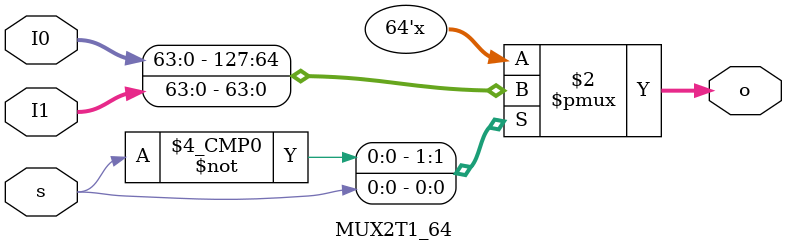
<source format=v>
`timescale 1ns / 1ps
module MUX2T1_64(input [63:0] I0,
                input [63:0] I1,
					 input s,
					 output reg [63:0] o
    );
always @ (*)
   begin
	   case(s)
		1'b0: o = I0;
		1'b1: o = I1;
		endcase
   end
endmodule


</source>
